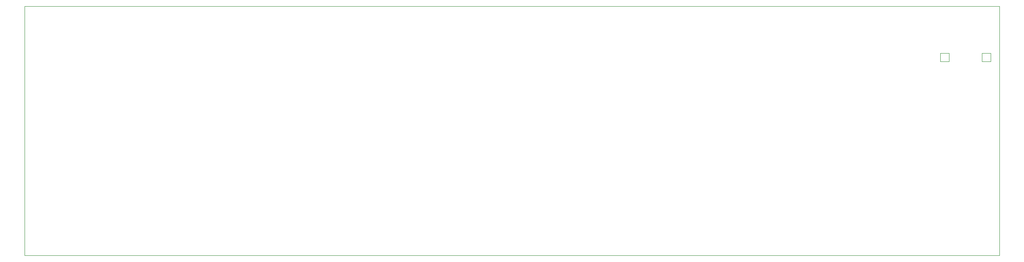
<source format=gbr>
%TF.GenerationSoftware,KiCad,Pcbnew,7.0.5*%
%TF.CreationDate,2024-11-28T08:35:35+00:00*%
%TF.ProjectId,Lisa_Floppy_Power,4c697361-5f46-46c6-9f70-70795f506f77,rev?*%
%TF.SameCoordinates,Original*%
%TF.FileFunction,Profile,NP*%
%FSLAX46Y46*%
G04 Gerber Fmt 4.6, Leading zero omitted, Abs format (unit mm)*
G04 Created by KiCad (PCBNEW 7.0.5) date 2024-11-28 08:35:35*
%MOMM*%
%LPD*%
G01*
G04 APERTURE LIST*
%TA.AperFunction,Profile*%
%ADD10C,0.100000*%
%TD*%
%TA.AperFunction,Profile*%
%ADD11C,0.010000*%
%TD*%
G04 APERTURE END LIST*
D10*
X247870000Y-37221900D02*
X49750000Y-37221900D01*
X49750000Y-37221900D02*
X49750000Y-88021900D01*
X49750000Y-88021900D02*
X247870000Y-88021900D01*
X247870000Y-88021900D02*
X247870000Y-37221900D01*
D11*
%TO.C,J14*%
X235810000Y-48480000D02*
X237610000Y-48480000D01*
X237610000Y-48480000D02*
X237610000Y-46780000D01*
X244310000Y-48480000D02*
X246110000Y-48480000D01*
X246110000Y-48480000D02*
X246110000Y-46780000D01*
X235810000Y-46780000D02*
X235810000Y-48480000D01*
X237610000Y-46780000D02*
X235810000Y-46780000D01*
X244310000Y-46780000D02*
X244310000Y-48480000D01*
X246110000Y-46780000D02*
X244310000Y-46780000D01*
%TD*%
M02*

</source>
